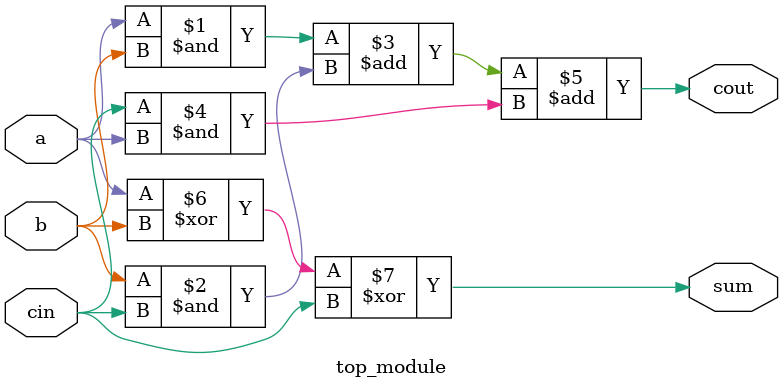
<source format=v>
module top_module( 
    input a, b, cin,
    output cout, sum );
    assign cout=(a&b)+(b&cin)+(cin&a);
    assign sum = a^b^cin;
endmodule

</source>
